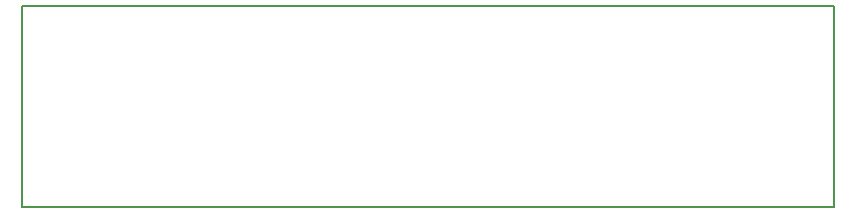
<source format=gm1>
G04 MADE WITH FRITZING*
G04 WWW.FRITZING.ORG*
G04 DOUBLE SIDED*
G04 HOLES PLATED*
G04 CONTOUR ON CENTER OF CONTOUR VECTOR*
%ASAXBY*%
%FSLAX23Y23*%
%MOIN*%
%OFA0B0*%
%SFA1.0B1.0*%
%ADD10R,2.716670X0.677776*%
%ADD11C,0.008000*%
%ADD10C,0.008*%
%LNCONTOUR*%
G90*
G70*
G54D10*
G54D11*
X4Y674D02*
X2713Y674D01*
X2713Y4D01*
X4Y4D01*
X4Y674D01*
D02*
G04 End of contour*
M02*
</source>
